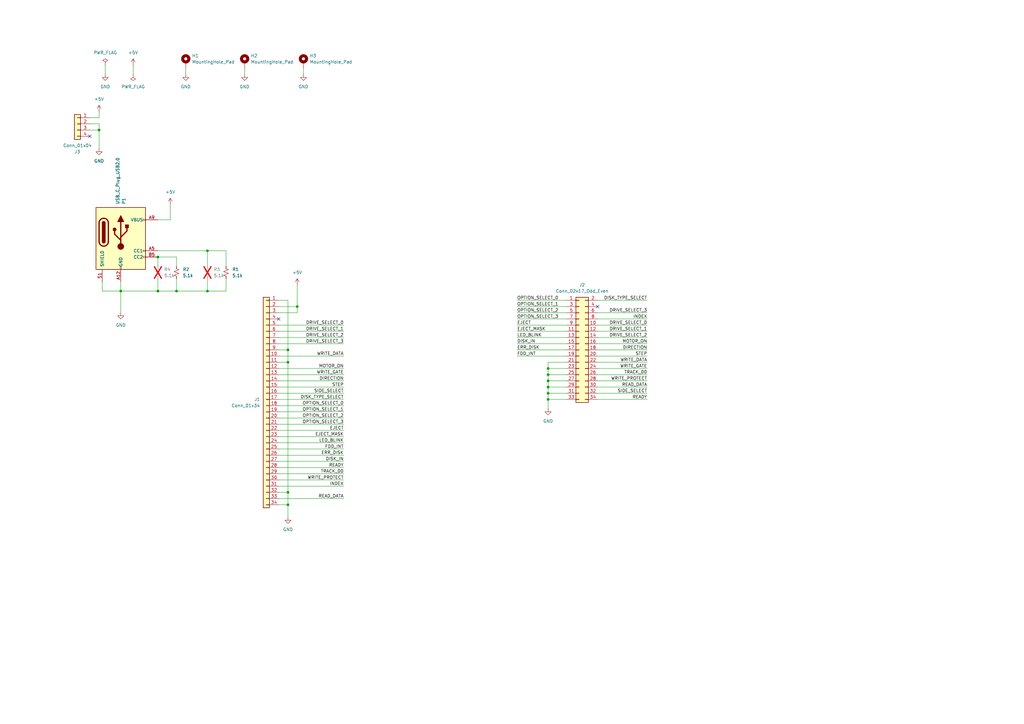
<source format=kicad_sch>
(kicad_sch (version 20231120) (generator "eeschema") (generator_version "8.0")
  (paper "A3")
  (lib_symbols
    (symbol "Connector:USB_C_Receptacle_PowerOnly_6P" (pin_names (offset 1.016))
      (property "Reference" "J" (at 0 16.51 0))
      (property "Value" "USB_C_Receptacle_PowerOnly_6P" (at 0 13.97 0))
      (symbol "USB_C_Receptacle_PowerOnly_6P_0_0"
        (rectangle (start -0.254 -12.7) (end 0.254 -11.684))
        (rectangle (start 10.16 -7.366) (end 9.144 -7.874))
        (rectangle (start 10.16 -4.826) (end 9.144 -5.334))
        (rectangle (start 10.16 7.874) (end 9.144 7.366))
      )
      (symbol "USB_C_Receptacle_PowerOnly_6P_0_1"
        (rectangle (start -10.16 12.7) (end 10.16 -12.7) (stroke (width 0.254)) (fill (type background)))
        (arc (start -8.89 -1.27) (mid -6.985 -3.1667) (end -5.08 -1.27) (stroke (width 0.508)))
        (arc (start -7.62 -1.27) (mid -6.985 -1.9023) (end -6.35 -1.27) (stroke (width 0.254)))
        (arc (start -7.62 -1.27) (mid -6.985 -1.9023) (end -6.35 -1.27) (stroke (width 0.254)) (fill (type outline)))
        (rectangle (start -7.62 -1.27) (end -6.35 6.35) (stroke (width 0.254)) (fill (type outline)))
        (arc (start -6.35 6.35) (mid -6.985 6.9823) (end -7.62 6.35) (stroke (width 0.254)))
        (arc (start -6.35 6.35) (mid -6.985 6.9823) (end -7.62 6.35) (stroke (width 0.254)) (fill (type outline)))
        (arc (start -5.08 6.35) (mid -6.985 8.2467) (end -8.89 6.35) (stroke (width 0.508)))
        (circle (center -2.54 3.683) (radius 0.635) (stroke (width 0.254)) (fill (type outline)))
        (circle (center 0 -3.302) (radius 1.27) (fill (type outline)))
        (polyline (pts (xy -8.89 -1.27) (xy -8.89 6.35)) (stroke (width 0.508)))
        (polyline (pts (xy -5.08 6.35) (xy -5.08 -1.27)) (stroke (width 0.508)))
        (polyline (pts (xy 0 -3.302) (xy 0 6.858)) (stroke (width 0.508)))
        (polyline (pts (xy 0 -0.762) (xy -2.54 1.778) (xy -2.54 3.048)) (stroke (width 0.508)))
        (polyline (pts (xy 0 0.508) (xy 2.54 3.048) (xy 2.54 4.318)) (stroke (width 0.508)))
        (polyline (pts (xy -1.27 6.858) (xy 0 9.398) (xy 1.27 6.858) (xy -1.27 6.858)) (stroke (width 0.254)) (fill (type outline)))
        (rectangle (start 1.905 4.318) (end 3.175 5.588) (stroke (width 0.254)) (fill (type outline)))
      )
      (symbol "USB_C_Receptacle_PowerOnly_6P_1_1"
        (pin passive line (at 0 -17.78 90) (length 5.08) (name "GND") (number "A12"))
        (pin bidirectional line (at 15.24 -5.08 180) (length 5.08) (name "CC1") (number "A5"))
        (pin passive line (at 15.24 7.62 180) (length 5.08) (name "VBUS") (number "A9"))
        (pin passive line (at 0 -17.78 90) (length 5.08) hide (name "GND") (number "B12"))
        (pin bidirectional line (at 15.24 -7.62 180) (length 5.08) (name "CC2") (number "B5"))
        (pin passive line (at 15.24 7.62 180) (length 5.08) hide (name "VBUS") (number "B9"))
        (pin passive line (at -7.62 -17.78 90) (length 5.08) (name "SHIELD") (number "S1"))
      )
    )
    (symbol "Connector_Generic:Conn_01x04" (pin_names (offset 1.016) hide)
      (property "Reference" "J" (at 0 5.08 0))
      (property "Value" "Conn_01x04" (at 0 -7.62 0))
      (symbol "Conn_01x04_1_1"
        (rectangle (start -1.27 -4.953) (end 0 -5.207) (stroke (width 0.1524)))
        (rectangle (start -1.27 -2.413) (end 0 -2.667) (stroke (width 0.1524)))
        (rectangle (start -1.27 0.127) (end 0 -0.127) (stroke (width 0.1524)))
        (rectangle (start -1.27 2.667) (end 0 2.413) (stroke (width 0.1524)))
        (rectangle (start -1.27 3.81) (end 1.27 -6.35) (stroke (width 0.254)) (fill (type background)))
        (pin passive line (at -5.08 2.54 0) (length 3.81) (name "Pin_1") (number "1"))
        (pin passive line (at -5.08 0 0) (length 3.81) (name "Pin_2") (number "2"))
        (pin passive line (at -5.08 -2.54 0) (length 3.81) (name "Pin_3") (number "3"))
        (pin passive line (at -5.08 -5.08 0) (length 3.81) (name "Pin_4") (number "4"))
      )
    )
    (symbol "Connector_Generic:Conn_01x34" (pin_names (offset 1.016) hide)
      (property "Reference" "J" (at 0 43.18 0))
      (property "Value" "Conn_01x34" (at 0 -45.72 0))
      (symbol "Conn_01x34_1_1"
        (rectangle (start -1.27 -43.053) (end 0 -43.307) (stroke (width 0.1524)))
        (rectangle (start -1.27 -40.513) (end 0 -40.767) (stroke (width 0.1524)))
        (rectangle (start -1.27 -37.973) (end 0 -38.227) (stroke (width 0.1524)))
        (rectangle (start -1.27 -35.433) (end 0 -35.687) (stroke (width 0.1524)))
        (rectangle (start -1.27 -32.893) (end 0 -33.147) (stroke (width 0.1524)))
        (rectangle (start -1.27 -30.353) (end 0 -30.607) (stroke (width 0.1524)))
        (rectangle (start -1.27 -27.813) (end 0 -28.067) (stroke (width 0.1524)))
        (rectangle (start -1.27 -25.273) (end 0 -25.527) (stroke (width 0.1524)))
        (rectangle (start -1.27 -22.733) (end 0 -22.987) (stroke (width 0.1524)))
        (rectangle (start -1.27 -20.193) (end 0 -20.447) (stroke (width 0.1524)))
        (rectangle (start -1.27 -17.653) (end 0 -17.907) (stroke (width 0.1524)))
        (rectangle (start -1.27 -15.113) (end 0 -15.367) (stroke (width 0.1524)))
        (rectangle (start -1.27 -12.573) (end 0 -12.827) (stroke (width 0.1524)))
        (rectangle (start -1.27 -10.033) (end 0 -10.287) (stroke (width 0.1524)))
        (rectangle (start -1.27 -7.493) (end 0 -7.747) (stroke (width 0.1524)))
        (rectangle (start -1.27 -4.953) (end 0 -5.207) (stroke (width 0.1524)))
        (rectangle (start -1.27 -2.413) (end 0 -2.667) (stroke (width 0.1524)))
        (rectangle (start -1.27 0.127) (end 0 -0.127) (stroke (width 0.1524)))
        (rectangle (start -1.27 2.667) (end 0 2.413) (stroke (width 0.1524)))
        (rectangle (start -1.27 5.207) (end 0 4.953) (stroke (width 0.1524)))
        (rectangle (start -1.27 7.747) (end 0 7.493) (stroke (width 0.1524)))
        (rectangle (start -1.27 10.287) (end 0 10.033) (stroke (width 0.1524)))
        (rectangle (start -1.27 12.827) (end 0 12.573) (stroke (width 0.1524)))
        (rectangle (start -1.27 15.367) (end 0 15.113) (stroke (width 0.1524)))
        (rectangle (start -1.27 17.907) (end 0 17.653) (stroke (width 0.1524)))
        (rectangle (start -1.27 20.447) (end 0 20.193) (stroke (width 0.1524)))
        (rectangle (start -1.27 22.987) (end 0 22.733) (stroke (width 0.1524)))
        (rectangle (start -1.27 25.527) (end 0 25.273) (stroke (width 0.1524)))
        (rectangle (start -1.27 28.067) (end 0 27.813) (stroke (width 0.1524)))
        (rectangle (start -1.27 30.607) (end 0 30.353) (stroke (width 0.1524)))
        (rectangle (start -1.27 33.147) (end 0 32.893) (stroke (width 0.1524)))
        (rectangle (start -1.27 35.687) (end 0 35.433) (stroke (width 0.1524)))
        (rectangle (start -1.27 38.227) (end 0 37.973) (stroke (width 0.1524)))
        (rectangle (start -1.27 40.767) (end 0 40.513) (stroke (width 0.1524)))
        (rectangle (start -1.27 41.91) (end 1.27 -44.45) (stroke (width 0.254)) (fill (type background)))
        (pin passive line (at -5.08 40.64 0) (length 3.81) (name "Pin_1") (number "1"))
        (pin passive line (at -5.08 17.78 0) (length 3.81) (name "Pin_10") (number "10"))
        (pin passive line (at -5.08 15.24 0) (length 3.81) (name "Pin_11") (number "11"))
        (pin passive line (at -5.08 12.7 0) (length 3.81) (name "Pin_12") (number "12"))
        (pin passive line (at -5.08 10.16 0) (length 3.81) (name "Pin_13") (number "13"))
        (pin passive line (at -5.08 7.62 0) (length 3.81) (name "Pin_14") (number "14"))
        (pin passive line (at -5.08 5.08 0) (length 3.81) (name "Pin_15") (number "15"))
        (pin passive line (at -5.08 2.54 0) (length 3.81) (name "Pin_16") (number "16"))
        (pin passive line (at -5.08 0 0) (length 3.81) (name "Pin_17") (number "17"))
        (pin passive line (at -5.08 -2.54 0) (length 3.81) (name "Pin_18") (number "18"))
        (pin passive line (at -5.08 -5.08 0) (length 3.81) (name "Pin_19") (number "19"))
        (pin passive line (at -5.08 38.1 0) (length 3.81) (name "Pin_2") (number "2"))
        (pin passive line (at -5.08 -7.62 0) (length 3.81) (name "Pin_20") (number "20"))
        (pin passive line (at -5.08 -10.16 0) (length 3.81) (name "Pin_21") (number "21"))
        (pin passive line (at -5.08 -12.7 0) (length 3.81) (name "Pin_22") (number "22"))
        (pin passive line (at -5.08 -15.24 0) (length 3.81) (name "Pin_23") (number "23"))
        (pin passive line (at -5.08 -17.78 0) (length 3.81) (name "Pin_24") (number "24"))
        (pin passive line (at -5.08 -20.32 0) (length 3.81) (name "Pin_25") (number "25"))
        (pin passive line (at -5.08 -22.86 0) (length 3.81) (name "Pin_26") (number "26"))
        (pin passive line (at -5.08 -25.4 0) (length 3.81) (name "Pin_27") (number "27"))
        (pin passive line (at -5.08 -27.94 0) (length 3.81) (name "Pin_28") (number "28"))
        (pin passive line (at -5.08 -30.48 0) (length 3.81) (name "Pin_29") (number "29"))
        (pin passive line (at -5.08 35.56 0) (length 3.81) (name "Pin_3") (number "3"))
        (pin passive line (at -5.08 -33.02 0) (length 3.81) (name "Pin_30") (number "30"))
        (pin passive line (at -5.08 -35.56 0) (length 3.81) (name "Pin_31") (number "31"))
        (pin passive line (at -5.08 -38.1 0) (length 3.81) (name "Pin_32") (number "32"))
        (pin passive line (at -5.08 -40.64 0) (length 3.81) (name "Pin_33") (number "33"))
        (pin passive line (at -5.08 -43.18 0) (length 3.81) (name "Pin_34") (number "34"))
        (pin passive line (at -5.08 33.02 0) (length 3.81) (name "Pin_4") (number "4"))
        (pin passive line (at -5.08 30.48 0) (length 3.81) (name "Pin_5") (number "5"))
        (pin passive line (at -5.08 27.94 0) (length 3.81) (name "Pin_6") (number "6"))
        (pin passive line (at -5.08 25.4 0) (length 3.81) (name "Pin_7") (number "7"))
        (pin passive line (at -5.08 22.86 0) (length 3.81) (name "Pin_8") (number "8"))
        (pin passive line (at -5.08 20.32 0) (length 3.81) (name "Pin_9") (number "9"))
      )
    )
    (symbol "Connector_Generic:Conn_02x17_Odd_Even" (pin_names (offset 1.016) hide)
      (property "Reference" "J" (at 1.27 22.86 0))
      (property "Value" "Conn_02x17_Odd_Even" (at 1.27 -22.86 0))
      (symbol "Conn_02x17_Odd_Even_1_1"
        (rectangle (start -1.27 -20.193) (end 0 -20.447) (stroke (width 0.1524)))
        (rectangle (start -1.27 -17.653) (end 0 -17.907) (stroke (width 0.1524)))
        (rectangle (start -1.27 -15.113) (end 0 -15.367) (stroke (width 0.1524)))
        (rectangle (start -1.27 -12.573) (end 0 -12.827) (stroke (width 0.1524)))
        (rectangle (start -1.27 -10.033) (end 0 -10.287) (stroke (width 0.1524)))
        (rectangle (start -1.27 -7.493) (end 0 -7.747) (stroke (width 0.1524)))
        (rectangle (start -1.27 -4.953) (end 0 -5.207) (stroke (width 0.1524)))
        (rectangle (start -1.27 -2.413) (end 0 -2.667) (stroke (width 0.1524)))
        (rectangle (start -1.27 0.127) (end 0 -0.127) (stroke (width 0.1524)))
        (rectangle (start -1.27 2.667) (end 0 2.413) (stroke (width 0.1524)))
        (rectangle (start -1.27 5.207) (end 0 4.953) (stroke (width 0.1524)))
        (rectangle (start -1.27 7.747) (end 0 7.493) (stroke (width 0.1524)))
        (rectangle (start -1.27 10.287) (end 0 10.033) (stroke (width 0.1524)))
        (rectangle (start -1.27 12.827) (end 0 12.573) (stroke (width 0.1524)))
        (rectangle (start -1.27 15.367) (end 0 15.113) (stroke (width 0.1524)))
        (rectangle (start -1.27 17.907) (end 0 17.653) (stroke (width 0.1524)))
        (rectangle (start -1.27 20.447) (end 0 20.193) (stroke (width 0.1524)))
        (rectangle (start -1.27 21.59) (end 3.81 -21.59) (stroke (width 0.254)) (fill (type background)))
        (rectangle (start 3.81 -20.193) (end 2.54 -20.447) (stroke (width 0.1524)))
        (rectangle (start 3.81 -17.653) (end 2.54 -17.907) (stroke (width 0.1524)))
        (rectangle (start 3.81 -15.113) (end 2.54 -15.367) (stroke (width 0.1524)))
        (rectangle (start 3.81 -12.573) (end 2.54 -12.827) (stroke (width 0.1524)))
        (rectangle (start 3.81 -10.033) (end 2.54 -10.287) (stroke (width 0.1524)))
        (rectangle (start 3.81 -7.493) (end 2.54 -7.747) (stroke (width 0.1524)))
        (rectangle (start 3.81 -4.953) (end 2.54 -5.207) (stroke (width 0.1524)))
        (rectangle (start 3.81 -2.413) (end 2.54 -2.667) (stroke (width 0.1524)))
        (rectangle (start 3.81 0.127) (end 2.54 -0.127) (stroke (width 0.1524)))
        (rectangle (start 3.81 2.667) (end 2.54 2.413) (stroke (width 0.1524)))
        (rectangle (start 3.81 5.207) (end 2.54 4.953) (stroke (width 0.1524)))
        (rectangle (start 3.81 7.747) (end 2.54 7.493) (stroke (width 0.1524)))
        (rectangle (start 3.81 10.287) (end 2.54 10.033) (stroke (width 0.1524)))
        (rectangle (start 3.81 12.827) (end 2.54 12.573) (stroke (width 0.1524)))
        (rectangle (start 3.81 15.367) (end 2.54 15.113) (stroke (width 0.1524)))
        (rectangle (start 3.81 17.907) (end 2.54 17.653) (stroke (width 0.1524)))
        (rectangle (start 3.81 20.447) (end 2.54 20.193) (stroke (width 0.1524)))
        (pin passive line (at -5.08 20.32 0) (length 3.81) (name "Pin_1") (number "1"))
        (pin passive line (at 7.62 10.16 180) (length 3.81) (name "Pin_10") (number "10"))
        (pin passive line (at -5.08 7.62 0) (length 3.81) (name "Pin_11") (number "11"))
        (pin passive line (at 7.62 7.62 180) (length 3.81) (name "Pin_12") (number "12"))
        (pin passive line (at -5.08 5.08 0) (length 3.81) (name "Pin_13") (number "13"))
        (pin passive line (at 7.62 5.08 180) (length 3.81) (name "Pin_14") (number "14"))
        (pin passive line (at -5.08 2.54 0) (length 3.81) (name "Pin_15") (number "15"))
        (pin passive line (at 7.62 2.54 180) (length 3.81) (name "Pin_16") (number "16"))
        (pin passive line (at -5.08 0 0) (length 3.81) (name "Pin_17") (number "17"))
        (pin passive line (at 7.62 0 180) (length 3.81) (name "Pin_18") (number "18"))
        (pin passive line (at -5.08 -2.54 0) (length 3.81) (name "Pin_19") (number "19"))
        (pin passive line (at 7.62 20.32 180) (length 3.81) (name "Pin_2") (number "2"))
        (pin passive line (at 7.62 -2.54 180) (length 3.81) (name "Pin_20") (number "20"))
        (pin passive line (at -5.08 -5.08 0) (length 3.81) (name "Pin_21") (number "21"))
        (pin passive line (at 7.62 -5.08 180) (length 3.81) (name "Pin_22") (number "22"))
        (pin passive line (at -5.08 -7.62 0) (length 3.81) (name "Pin_23") (number "23"))
        (pin passive line (at 7.62 -7.62 180) (length 3.81) (name "Pin_24") (number "24"))
        (pin passive line (at -5.08 -10.16 0) (length 3.81) (name "Pin_25") (number "25"))
        (pin passive line (at 7.62 -10.16 180) (length 3.81) (name "Pin_26") (number "26"))
        (pin passive line (at -5.08 -12.7 0) (length 3.81) (name "Pin_27") (number "27"))
        (pin passive line (at 7.62 -12.7 180) (length 3.81) (name "Pin_28") (number "28"))
        (pin passive line (at -5.08 -15.24 0) (length 3.81) (name "Pin_29") (number "29"))
        (pin passive line (at -5.08 17.78 0) (length 3.81) (name "Pin_3") (number "3"))
        (pin passive line (at 7.62 -15.24 180) (length 3.81) (name "Pin_30") (number "30"))
        (pin passive line (at -5.08 -17.78 0) (length 3.81) (name "Pin_31") (number "31"))
        (pin passive line (at 7.62 -17.78 180) (length 3.81) (name "Pin_32") (number "32"))
        (pin passive line (at -5.08 -20.32 0) (length 3.81) (name "Pin_33") (number "33"))
        (pin passive line (at 7.62 -20.32 180) (length 3.81) (name "Pin_34") (number "34"))
        (pin passive line (at 7.62 17.78 180) (length 3.81) (name "Pin_4") (number "4"))
        (pin passive line (at -5.08 15.24 0) (length 3.81) (name "Pin_5") (number "5"))
        (pin passive line (at 7.62 15.24 180) (length 3.81) (name "Pin_6") (number "6"))
        (pin passive line (at -5.08 12.7 0) (length 3.81) (name "Pin_7") (number "7"))
        (pin passive line (at 7.62 12.7 180) (length 3.81) (name "Pin_8") (number "8"))
        (pin passive line (at -5.08 10.16 0) (length 3.81) (name "Pin_9") (number "9"))
      )
    )
    (symbol "Device:R_Small_US" (pin_numbers hide) (pin_names (offset 0.254) hide)
      (property "Reference" "R" (at 0.762 0.508 0))
      (property "Value" "R_Small_US" (at 0.762 -1.016 0))
      (symbol "R_Small_US_1_1"
        (polyline (pts (xy 0 0) (xy 1.016 -0.381) (xy 0 -0.762) (xy -1.016 -1.143) (xy 0 -1.524)))
        (polyline (pts (xy 0 1.524) (xy 1.016 1.143) (xy 0 0.762) (xy -1.016 0.381) (xy 0 0)))
        (pin passive line (at 0 2.54 270) (length 1.016) (name "~") (number "1"))
        (pin passive line (at 0 -2.54 90) (length 1.016) (name "~") (number "2"))
      )
    )
    (symbol "Mechanical:MountingHole_Pad" (pin_numbers hide) (pin_names (offset 1.016) hide) (exclude_from_sim yes) (in_bom no)
      (property "Reference" "H" (at 0 6.35 0))
      (property "Value" "MountingHole_Pad" (at 0 4.445 0))
      (symbol "MountingHole_Pad_0_1"
        (circle (center 0 1.27) (radius 1.27) (stroke (width 1.27)))
      )
      (symbol "MountingHole_Pad_1_1"
        (pin input line (at 0 -2.54 90) (length 2.54) (name "1") (number "1"))
      )
    )
    (symbol "power:+5V" (power) (pin_numbers hide) (pin_names (offset 0) hide)
      (property "Value" "+5V" (at 0 3.556 0))
      (symbol "+5V_0_1"
        (polyline (pts (xy -0.762 1.27) (xy 0 2.54)))
        (polyline (pts (xy 0 0) (xy 0 2.54)))
        (polyline (pts (xy 0 2.54) (xy 0.762 1.27)))
      )
      (symbol "+5V_1_1"
        (pin power_in line (at 0 0 90) (length 0) (name "~") (number "1"))
      )
    )
    (symbol "power:GND" (power) (pin_numbers hide) (pin_names (offset 0) hide)
      (property "Value" "GND" (at 0 -3.81 0))
      (symbol "GND_0_1"
        (polyline (pts (xy 0 0) (xy 0 -1.27) (xy 1.27 -1.27) (xy 0 -2.54) (xy -1.27 -1.27) (xy 0 -1.27)))
      )
      (symbol "GND_1_1"
        (pin power_in line (at 0 0 270) (length 0) (name "~") (number "1"))
      )
    )
    (symbol "power:PWR_FLAG" (power) (pin_numbers hide) (pin_names (offset 0) hide)
      (property "Value" "PWR_FLAG" (at 0 3.81 0))
      (symbol "PWR_FLAG_0_0"
        (pin power_out line (at 0 0 90) (length 0) (name "~") (number "1"))
      )
      (symbol "PWR_FLAG_0_1"
        (polyline (pts (xy 0 0) (xy 0 1.27) (xy -1.016 1.905) (xy 0 2.54) (xy 1.016 1.905) (xy 0 1.27)))
      )
    )
  )
  (junction (at 64.77 119.38))
  (junction (at 224.79 153.67))
  (junction (at 118.11 201.93))
  (junction (at 85.09 119.38))
  (junction (at 118.11 148.59))
  (junction (at 224.79 151.13))
  (junction (at 224.79 156.21))
  (junction (at 224.79 161.29))
  (junction (at 121.92 125.73))
  (junction (at 72.39 119.38))
  (junction (at 118.11 143.51))
  (junction (at 224.79 163.83))
  (junction (at 118.11 207.01))
  (junction (at 40.64 53.34))
  (junction (at 64.77 105.41))
  (junction (at 224.79 158.75))
  (junction (at 49.53 119.38))
  (junction (at 85.09 102.87))
  (no_connect (at 245.11 125.73))
  (no_connect (at 114.3 130.81))
  (no_connect (at 36.83 55.88))
  (wire (pts (xy 265.43 158.75) (xy 245.11 158.75)))
  (wire (pts (xy 114.3 204.47) (xy 140.97 204.47)))
  (wire (pts (xy 224.79 151.13) (xy 232.41 151.13)))
  (wire (pts (xy 265.43 161.29) (xy 245.11 161.29)))
  (wire (pts (xy 114.3 168.91) (xy 140.97 168.91)))
  (wire (pts (xy 114.3 148.59) (xy 118.11 148.59)))
  (wire (pts (xy 114.3 171.45) (xy 140.97 171.45)))
  (wire (pts (xy 114.3 146.05) (xy 140.97 146.05)))
  (wire (pts (xy 40.64 48.26) (xy 36.83 48.26)))
  (wire (pts (xy 121.92 128.27) (xy 121.92 125.73)))
  (wire (pts (xy 114.3 138.43) (xy 140.97 138.43)))
  (wire (pts (xy 265.43 163.83) (xy 245.11 163.83)))
  (wire (pts (xy 114.3 181.61) (xy 140.97 181.61)))
  (wire (pts (xy 224.79 153.67) (xy 224.79 156.21)))
  (wire (pts (xy 265.43 151.13) (xy 245.11 151.13)))
  (wire (pts (xy 265.43 138.43) (xy 245.11 138.43)))
  (wire (pts (xy 49.53 115.57) (xy 49.53 119.38)))
  (wire (pts (xy 212.09 140.97) (xy 232.41 140.97)))
  (wire (pts (xy 212.09 135.89) (xy 232.41 135.89)))
  (wire (pts (xy 114.3 199.39) (xy 140.97 199.39)))
  (wire (pts (xy 85.09 102.87) (xy 92.71 102.87)))
  (wire (pts (xy 212.09 128.27) (xy 232.41 128.27)))
  (wire (pts (xy 114.3 125.73) (xy 121.92 125.73)))
  (wire (pts (xy 64.77 102.87) (xy 85.09 102.87)))
  (wire (pts (xy 224.79 158.75) (xy 224.79 161.29)))
  (wire (pts (xy 85.09 102.87) (xy 85.09 109.22)))
  (wire (pts (xy 85.09 119.38) (xy 92.71 119.38)))
  (wire (pts (xy 114.3 128.27) (xy 121.92 128.27)))
  (wire (pts (xy 224.79 148.59) (xy 224.79 151.13)))
  (wire (pts (xy 118.11 123.19) (xy 114.3 123.19)))
  (wire (pts (xy 265.43 156.21) (xy 245.11 156.21)))
  (wire (pts (xy 224.79 161.29) (xy 224.79 163.83)))
  (wire (pts (xy 114.3 163.83) (xy 140.97 163.83)))
  (wire (pts (xy 114.3 173.99) (xy 140.97 173.99)))
  (wire (pts (xy 114.3 189.23) (xy 140.97 189.23)))
  (wire (pts (xy 43.18 26.67) (xy 43.18 30.48)))
  (wire (pts (xy 40.64 50.8) (xy 40.64 53.34)))
  (wire (pts (xy 114.3 166.37) (xy 140.97 166.37)))
  (wire (pts (xy 114.3 207.01) (xy 118.11 207.01)))
  (wire (pts (xy 114.3 191.77) (xy 140.97 191.77)))
  (wire (pts (xy 212.09 123.19) (xy 232.41 123.19)))
  (wire (pts (xy 114.3 176.53) (xy 140.97 176.53)))
  (wire (pts (xy 114.3 143.51) (xy 118.11 143.51)))
  (wire (pts (xy 224.79 156.21) (xy 232.41 156.21)))
  (wire (pts (xy 72.39 119.38) (xy 85.09 119.38)))
  (wire (pts (xy 64.77 105.41) (xy 64.77 109.22)))
  (wire (pts (xy 265.43 128.27) (xy 245.11 128.27)))
  (wire (pts (xy 124.46 30.48) (xy 124.46 27.94)))
  (wire (pts (xy 121.92 125.73) (xy 121.92 116.84)))
  (wire (pts (xy 265.43 148.59) (xy 245.11 148.59)))
  (wire (pts (xy 92.71 119.38) (xy 92.71 114.3)))
  (wire (pts (xy 76.2 30.48) (xy 76.2 27.94)))
  (wire (pts (xy 224.79 156.21) (xy 224.79 158.75)))
  (wire (pts (xy 265.43 140.97) (xy 245.11 140.97)))
  (wire (pts (xy 245.11 123.19) (xy 265.43 123.19)))
  (wire (pts (xy 40.64 45.72) (xy 40.64 48.26)))
  (wire (pts (xy 265.43 133.35) (xy 245.11 133.35)))
  (wire (pts (xy 36.83 53.34) (xy 40.64 53.34)))
  (wire (pts (xy 212.09 130.81) (xy 232.41 130.81)))
  (wire (pts (xy 114.3 196.85) (xy 140.97 196.85)))
  (wire (pts (xy 114.3 156.21) (xy 140.97 156.21)))
  (wire (pts (xy 41.91 119.38) (xy 41.91 115.57)))
  (wire (pts (xy 265.43 135.89) (xy 245.11 135.89)))
  (wire (pts (xy 64.77 105.41) (xy 72.39 105.41)))
  (wire (pts (xy 49.53 119.38) (xy 64.77 119.38)))
  (wire (pts (xy 40.64 53.34) (xy 40.64 60.96)))
  (wire (pts (xy 265.43 146.05) (xy 245.11 146.05)))
  (wire (pts (xy 224.79 158.75) (xy 232.41 158.75)))
  (wire (pts (xy 114.3 161.29) (xy 140.97 161.29)))
  (wire (pts (xy 64.77 119.38) (xy 64.77 114.3)))
  (wire (pts (xy 224.79 161.29) (xy 232.41 161.29)))
  (wire (pts (xy 118.11 201.93) (xy 118.11 207.01)))
  (wire (pts (xy 69.85 83.82) (xy 69.85 90.17)))
  (wire (pts (xy 114.3 184.15) (xy 140.97 184.15)))
  (wire (pts (xy 265.43 143.51) (xy 245.11 143.51)))
  (wire (pts (xy 49.53 119.38) (xy 41.91 119.38)))
  (wire (pts (xy 49.53 128.27) (xy 49.53 119.38)))
  (wire (pts (xy 114.3 201.93) (xy 118.11 201.93)))
  (wire (pts (xy 114.3 135.89) (xy 140.97 135.89)))
  (wire (pts (xy 212.09 143.51) (xy 232.41 143.51)))
  (wire (pts (xy 118.11 123.19) (xy 118.11 143.51)))
  (wire (pts (xy 212.09 138.43) (xy 232.41 138.43)))
  (wire (pts (xy 114.3 186.69) (xy 140.97 186.69)))
  (wire (pts (xy 118.11 207.01) (xy 118.11 212.09)))
  (wire (pts (xy 114.3 179.07) (xy 140.97 179.07)))
  (wire (pts (xy 265.43 130.81) (xy 245.11 130.81)))
  (wire (pts (xy 212.09 125.73) (xy 232.41 125.73)))
  (wire (pts (xy 224.79 153.67) (xy 232.41 153.67)))
  (wire (pts (xy 54.61 26.67) (xy 54.61 30.48)))
  (wire (pts (xy 72.39 105.41) (xy 72.39 109.22)))
  (wire (pts (xy 212.09 146.05) (xy 232.41 146.05)))
  (wire (pts (xy 212.09 133.35) (xy 232.41 133.35)))
  (wire (pts (xy 64.77 119.38) (xy 72.39 119.38)))
  (wire (pts (xy 114.3 194.31) (xy 140.97 194.31)))
  (wire (pts (xy 224.79 151.13) (xy 224.79 153.67)))
  (wire (pts (xy 114.3 158.75) (xy 140.97 158.75)))
  (wire (pts (xy 72.39 119.38) (xy 72.39 114.3)))
  (wire (pts (xy 265.43 153.67) (xy 245.11 153.67)))
  (wire (pts (xy 224.79 163.83) (xy 224.79 167.64)))
  (wire (pts (xy 232.41 148.59) (xy 224.79 148.59)))
  (wire (pts (xy 118.11 148.59) (xy 118.11 201.93)))
  (wire (pts (xy 118.11 143.51) (xy 118.11 148.59)))
  (wire (pts (xy 85.09 119.38) (xy 85.09 114.3)))
  (wire (pts (xy 224.79 163.83) (xy 232.41 163.83)))
  (wire (pts (xy 92.71 102.87) (xy 92.71 109.22)))
  (wire (pts (xy 114.3 133.35) (xy 140.97 133.35)))
  (wire (pts (xy 114.3 140.97) (xy 140.97 140.97)))
  (wire (pts (xy 100.33 30.48) (xy 100.33 27.94)))
  (wire (pts (xy 36.83 50.8) (xy 40.64 50.8)))
  (wire (pts (xy 69.85 90.17) (xy 64.77 90.17)))
  (wire (pts (xy 114.3 151.13) (xy 140.97 151.13)))
  (wire (pts (xy 114.3 153.67) (xy 140.97 153.67)))
  (label "FDD_INT" (at 212.09 146.05 0))
  (label "OPTION_SELECT_1" (at 140.97 168.91 180))
  (label "INDEX" (at 265.43 130.81 180))
  (label "READY" (at 265.43 163.83 180))
  (label "WRITE_DATA" (at 140.97 146.05 180))
  (label "DIRECTION" (at 265.43 143.51 180))
  (label "DISK_TYPE_SELECT" (at 140.97 163.83 180))
  (label "DISK_TYPE_SELECT" (at 265.43 123.19 180))
  (label "MOTOR_ON" (at 265.43 140.97 180))
  (label "TRACK_00" (at 265.43 153.67 180))
  (label "MOTOR_ON" (at 140.97 151.13 180))
  (label "WRITE_DATA" (at 265.43 148.59 180))
  (label "WRITE_GATE" (at 140.97 153.67 180))
  (label "EJECT" (at 212.09 133.35 0))
  (label "WRITE_GATE" (at 265.43 151.13 180))
  (label "LED_BLINK" (at 212.09 138.43 0))
  (label "DRIVE_SELECT_0" (at 265.43 133.35 180))
  (label "SIDE_SELECT" (at 265.43 161.29 180))
  (label "READY" (at 140.97 191.77 180))
  (label "EJECT_MASK" (at 140.97 179.07 180))
  (label "DRIVE_SELECT_1" (at 140.97 135.89 180))
  (label "WRITE_PROTECT" (at 265.43 156.21 180))
  (label "READ_DATA" (at 140.97 204.47 180))
  (label "DISK_IN" (at 212.09 140.97 0))
  (label "OPTION_SELECT_3" (at 212.09 130.81 0))
  (label "FDD_INT" (at 140.97 184.15 180))
  (label "DRIVE_SELECT_1" (at 265.43 135.89 180))
  (label "STEP" (at 140.97 158.75 180))
  (label "STEP" (at 265.43 146.05 180))
  (label "DRIVE_SELECT_2" (at 140.97 138.43 180))
  (label "DISK_IN" (at 140.97 189.23 180))
  (label "ERR_DISK" (at 140.97 186.69 180))
  (label "OPTION_SELECT_0" (at 140.97 166.37 180))
  (label "DRIVE_SELECT_3" (at 265.43 128.27 180))
  (label "OPTION_SELECT_3" (at 140.97 173.99 180))
  (label "OPTION_SELECT_2" (at 212.09 128.27 0))
  (label "EJECT_MASK" (at 212.09 135.89 0))
  (label "EJECT" (at 140.97 176.53 180))
  (label "OPTION_SELECT_1" (at 212.09 125.73 0))
  (label "WRITE_PROTECT" (at 140.97 196.85 180))
  (label "DRIVE_SELECT_2" (at 265.43 138.43 180))
  (label "OPTION_SELECT_0" (at 212.09 123.19 0))
  (label "OPTION_SELECT_2" (at 140.97 171.45 180))
  (label "DIRECTION" (at 140.97 156.21 180))
  (label "TRACK_00" (at 140.97 194.31 180))
  (label "INDEX" (at 140.97 199.39 180))
  (label "READ_DATA" (at 265.43 158.75 180))
  (label "DRIVE_SELECT_0" (at 140.97 133.35 180))
  (label "SIDE_SELECT" (at 140.97 161.29 180))
  (label "ERR_DISK" (at 212.09 143.51 0))
  (label "DRIVE_SELECT_3" (at 140.97 140.97 180))
  (label "LED_BLINK" (at 140.97 181.61 180))
  (symbol (lib_id "Connector_Generic:Conn_02x17_Odd_Even") (at 237.49 143.51 0) (unit 1)
    (property "Reference" "J2" (at 238.76 116.84 0))
    (property "Value" "Conn_02x17_Odd_Even" (at 238.76 119.38 0))
    (property "Footprint" "x68k-lib:PinHeader_2x17_P2.54mm_Horizontal_Mirror" (effects (hide yes)))
    (property "Description" "Generic connector, double row, 02x17, odd/even pin numbering scheme (row 1 odd numbers, row 2 even numbers), script generated (kicad-library-utils/schlib/autogen/connector/)" (effects (hide yes)))
    (property "LCSC" "C725929" (effects (hide yes)))
  )
  (symbol (lib_id "power:+5V") (at 40.64 45.72 0) (unit 1)
    (property "Reference" "#PWR06" (effects (hide yes)))
    (property "Value" "+5V" (at 40.64 40.64 0))
    (property "Description" "Power symbol creates a global label with name \"+5V\"" (effects (hide yes)))
  )
  (symbol (lib_id "power:+5V") (at 69.85 83.82 0) (unit 1)
    (property "Reference" "#PWR011" (effects (hide yes)))
    (property "Value" "+5V" (at 69.85 78.74 0))
    (property "Description" "Power symbol creates a global label with name \"+5V\"" (effects (hide yes)))
  )
  (symbol (lib_id "power:PWR_FLAG") (at 54.61 30.48 180) (unit 1)
    (property "Reference" "#FLG02" (effects (hide yes)))
    (property "Value" "PWR_FLAG" (at 54.61 35.56 0))
    (property "Description" "Special symbol for telling ERC where power comes from" (effects (hide yes)))
  )
  (symbol (lib_id "power:GND") (at 76.2 30.48 0) (unit 1)
    (property "Reference" "#PWR08" (effects (hide yes)))
    (property "Value" "GND" (at 76.2 35.56 0))
    (property "Description" "Power symbol creates a global label with name \"GND\" , ground" (effects (hide yes)))
  )
  (symbol (lib_id "power:+5V") (at 54.61 26.67 0) (unit 1)
    (property "Reference" "#PWR07" (effects (hide yes)))
    (property "Value" "+5V" (at 54.61 21.59 0))
    (property "Description" "Power symbol creates a global label with name \"+5V\"" (effects (hide yes)))
  )
  (symbol (lib_id "Device:R_Small_US") (at 92.71 111.76 180) (unit 1)
    (property "Reference" "R1" (at 95.25 110.4899 0) (effects (justify right)))
    (property "Value" "5.1k" (at 95.25 113.0299 0) (effects (justify right)))
    (property "Footprint" "Resistor_SMD:R_0603_1608Metric" (effects (hide yes)))
    (property "Description" "Resistor, small US symbol" (effects (hide yes)))
  )
  (symbol (lib_id "power:GND") (at 118.11 212.09 0) (unit 1)
    (property "Reference" "#PWR01" (effects (hide yes)))
    (property "Value" "GND" (at 118.11 217.17 0))
    (property "Description" "Power symbol creates a global label with name \"GND\" , ground" (effects (hide yes)))
  )
  (symbol (lib_id "power:GND") (at 43.18 30.48 0) (unit 1)
    (property "Reference" "#PWR05" (effects (hide yes)))
    (property "Value" "GND" (at 43.18 35.56 0))
    (property "Description" "Power symbol creates a global label with name \"GND\" , ground" (effects (hide yes)))
  )
  (symbol (lib_id "Connector_Generic:Conn_01x04") (at 31.75 50.8 0) (mirror y) (unit 1)
    (property "Reference" "J3" (at 31.75 62.23 0))
    (property "Value" "Conn_01x04" (at 31.75 59.69 0))
    (property "Footprint" "x68k-lib:TE_AMP_171826-4" (effects (hide yes)))
    (property "Description" "Generic connector, single row, 01x04, script generated (kicad-library-utils/schlib/autogen/connector/)" (effects (hide yes)))
    (property "LCSC" "C590635" (effects (hide yes)))
  )
  (symbol (lib_id "Device:R_Small_US") (at 85.09 111.76 180) (unit 1) (in_bom no) (dnp yes)
    (property "Reference" "R3" (at 87.63 110.4899 0) (effects (justify right)))
    (property "Value" "5.1k" (at 87.63 113.0299 0) (effects (justify right)))
    (property "Footprint" "Resistor_THT:R_Axial_DIN0204_L3.6mm_D1.6mm_P5.08mm_Horizontal" (effects (hide yes)))
    (property "Description" "Resistor, small US symbol" (effects (hide yes)))
  )
  (symbol (lib_id "Device:R_Small_US") (at 64.77 111.76 180) (unit 1) (in_bom no) (dnp yes)
    (property "Reference" "R4" (at 67.31 110.4899 0) (effects (justify right)))
    (property "Value" "5.1k" (at 67.31 113.0299 0) (effects (justify right)))
    (property "Footprint" "Resistor_THT:R_Axial_DIN0204_L3.6mm_D1.6mm_P5.08mm_Horizontal" (effects (hide yes)))
    (property "Description" "Resistor, small US symbol" (effects (hide yes)))
  )
  (symbol (lib_id "power:GND") (at 224.79 167.64 0) (unit 1)
    (property "Reference" "#PWR03" (effects (hide yes)))
    (property "Value" "GND" (at 224.79 172.72 0))
    (property "Description" "Power symbol creates a global label with name \"GND\" , ground" (effects (hide yes)))
  )
  (symbol (lib_id "Mechanical:MountingHole_Pad") (at 100.33 25.4 0) (unit 1) (exclude_from_sim yes) (in_bom no)
    (property "Reference" "H2" (at 102.87 22.8599 0) (effects (justify left)))
    (property "Value" "MountingHole_Pad" (at 102.87 25.3999 0) (effects (justify left)))
    (property "Footprint" "MountingHole:MountingHole_2.7mm_M2.5_Pad" (effects (hide yes)))
    (property "Description" "Mounting Hole with connection" (effects (hide yes)))
  )
  (symbol (lib_id "power:GND") (at 49.53 128.27 0) (unit 1)
    (property "Reference" "#PWR012" (effects (hide yes)))
    (property "Value" "GND" (at 49.53 133.35 0))
    (property "Description" "Power symbol creates a global label with name \"GND\" , ground" (effects (hide yes)))
  )
  (symbol (lib_id "Mechanical:MountingHole_Pad") (at 124.46 25.4 0) (unit 1) (exclude_from_sim yes) (in_bom no)
    (property "Reference" "H3" (at 127 22.8599 0) (effects (justify left)))
    (property "Value" "MountingHole_Pad" (at 127 25.3999 0) (effects (justify left)))
    (property "Footprint" "MountingHole:MountingHole_2.7mm_M2.5_Pad" (effects (hide yes)))
    (property "Description" "Mounting Hole with connection" (effects (hide yes)))
  )
  (symbol (lib_id "power:GND") (at 124.46 30.48 0) (unit 1)
    (property "Reference" "#PWR010" (effects (hide yes)))
    (property "Value" "GND" (at 124.46 35.56 0))
    (property "Description" "Power symbol creates a global label with name \"GND\" , ground" (effects (hide yes)))
  )
  (symbol (lib_id "power:PWR_FLAG") (at 43.18 26.67 0) (unit 1)
    (property "Reference" "#FLG01" (effects (hide yes)))
    (property "Value" "PWR_FLAG" (at 43.18 21.59 0))
    (property "Description" "Special symbol for telling ERC where power comes from" (effects (hide yes)))
  )
  (symbol (lib_id "power:GND") (at 100.33 30.48 0) (unit 1)
    (property "Reference" "#PWR09" (effects (hide yes)))
    (property "Value" "GND" (at 100.33 35.56 0))
    (property "Description" "Power symbol creates a global label with name \"GND\" , ground" (effects (hide yes)))
  )
  (symbol (lib_id "power:GND") (at 40.64 60.96 0) (unit 1)
    (property "Reference" "#PWR04" (effects (hide yes)))
    (property "Value" "GND" (at 40.64 66.04 0))
    (property "Description" "Power symbol creates a global label with name \"GND\" , ground" (effects (hide yes)))
  )
  (symbol (lib_id "Mechanical:MountingHole_Pad") (at 76.2 25.4 0) (unit 1) (exclude_from_sim yes) (in_bom no)
    (property "Reference" "H1" (at 78.74 22.8599 0) (effects (justify left)))
    (property "Value" "MountingHole_Pad" (at 78.74 25.3999 0) (effects (justify left)))
    (property "Footprint" "MountingHole:MountingHole_2.7mm_M2.5_Pad" (effects (hide yes)))
    (property "Description" "Mounting Hole with connection" (effects (hide yes)))
  )
  (symbol (lib_id "Device:R_Small_US") (at 72.39 111.76 0) (unit 1)
    (property "Reference" "R2" (at 74.93 110.4899 0) (effects (justify left)))
    (property "Value" "5.1k" (at 74.93 113.0299 0) (effects (justify left)))
    (property "Footprint" "Resistor_SMD:R_0603_1608Metric" (effects (hide yes)))
    (property "Description" "Resistor, small US symbol" (effects (hide yes)))
  )
  (symbol (lib_id "Connector:USB_C_Receptacle_PowerOnly_6P") (at 49.53 97.79 0) (unit 1)
    (property "Reference" "P1" (at 50.8001 83.82 90) (effects (justify left)))
    (property "Value" "USB_C_Plug_USB2.0" (at 48.2601 83.82 90) (effects (justify left)))
    (property "Footprint" "Connector_USB:USB_C_Receptacle_GCT_USB4125-xx-x-0190_6P_TopMnt_Horizontal" (effects (hide yes)))
    (property "Datasheet" "https://www.usb.org/sites/default/files/documents/usb_type-c.zip" (effects (hide yes)))
    (property "Description" "USB Power-Only 6P Type-C Receptacle connector" (effects (hide yes)))
    (property "LCSC" "C168701" (effects (hide yes)))
  )
  (symbol (lib_id "Connector_Generic:Conn_01x34") (at 109.22 163.83 0) (mirror y) (unit 1)
    (property "Reference" "J1" (at 106.68 163.8299 0) (effects (justify left)))
    (property "Value" "Conn_01x34" (at 106.68 166.3699 0) (effects (justify left)))
    (property "Footprint" "x68k-lib:JST-34FE-FCC" (effects (hide yes)))
    (property "Description" "Generic connector, single row, 01x34, script generated (kicad-library-utils/schlib/autogen/connector/)" (effects (hide yes)))
  )
  (symbol (lib_id "power:+5V") (at 121.92 116.84 0) (unit 1)
    (property "Reference" "#PWR02" (effects (hide yes)))
    (property "Value" "+5V" (at 121.92 111.76 0))
    (property "Description" "Power symbol creates a global label with name \"+5V\"" (effects (hide yes)))
  )
)
</source>
